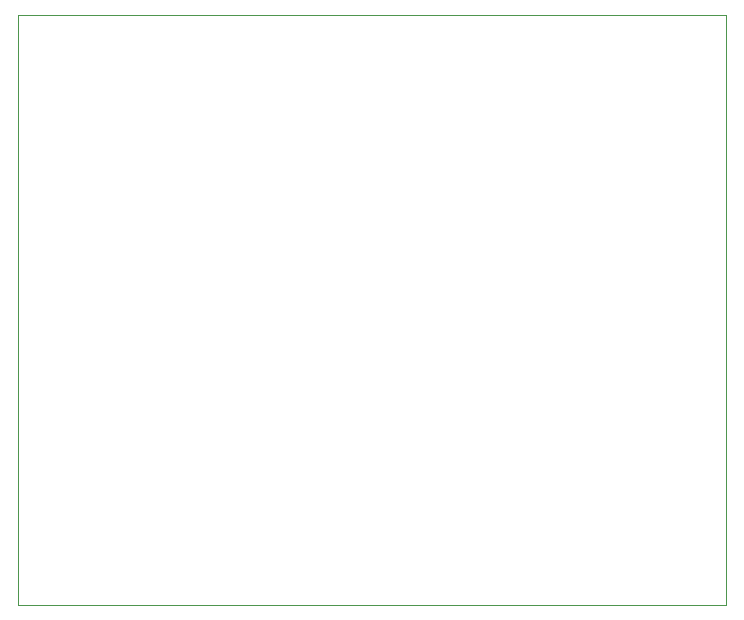
<source format=gbr>
%FSLAX34Y34*%
%MOMM*%
%LNOUTLINE*%
G71*
G01*
%ADD10C,0.000*%
%LPD*%
G54D10*
X-3200Y503200D02*
X596800Y503200D01*
X596800Y3200D01*
X-3200Y3200D01*
X-3200Y503200D01*
M02*

</source>
